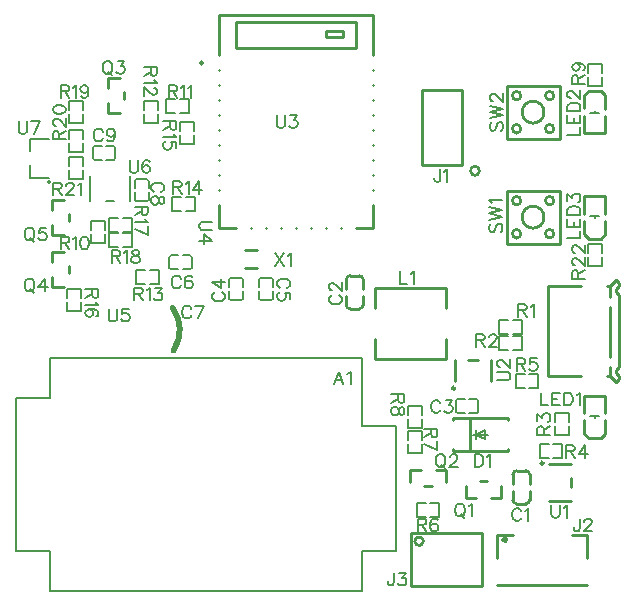
<source format=gto>
G04 Layer: TopSilkLayer*
G04 EasyEDA v6.4.17, 2021-03-03T10:10:01+01:00*
G04 9d4de0552c0a465fbb9a068f9b96be7d,b771c775d4444e86a06a5321f8c966cb,10*
G04 Gerber Generator version 0.2*
G04 Scale: 100 percent, Rotated: No, Reflected: No *
G04 Dimensions in inches *
G04 leading zeros omitted , absolute positions ,3 integer and 6 decimal *
%FSLAX36Y36*%
%MOIN*%

%ADD10C,0.0100*%
%ADD47C,0.0059*%
%ADD48C,0.0050*%
%ADD49C,0.0080*%
%ADD50C,0.0059*%
%ADD51C,0.0060*%
%ADD52C,0.0197*%

%LPD*%
D51*
X1840500Y-189600D02*
G01*
X1840500Y-222300D01*
X1838400Y-228499D01*
X1836400Y-230500D01*
X1832299Y-232500D01*
X1828199Y-232500D01*
X1824099Y-230500D01*
X1821999Y-228499D01*
X1820000Y-222300D01*
X1820000Y-218200D01*
X1853999Y-197800D02*
G01*
X1858000Y-195700D01*
X1864200Y-189600D01*
X1864200Y-232500D01*
X2100000Y-639600D02*
G01*
X2100000Y-682500D01*
X2100000Y-639600D02*
G01*
X2118400Y-639600D01*
X2124499Y-641599D01*
X2126599Y-643699D01*
X2128599Y-647800D01*
X2128599Y-651900D01*
X2126599Y-655999D01*
X2124499Y-658000D01*
X2118400Y-660000D01*
X2100000Y-660000D01*
X2114300Y-660000D02*
G01*
X2128599Y-682500D01*
X2142100Y-647800D02*
G01*
X2146199Y-645700D01*
X2152399Y-639600D01*
X2152399Y-682500D01*
X1960000Y-739600D02*
G01*
X1960000Y-782500D01*
X1960000Y-739600D02*
G01*
X1978400Y-739600D01*
X1984499Y-741599D01*
X1986599Y-743699D01*
X1988599Y-747800D01*
X1988599Y-751900D01*
X1986599Y-755999D01*
X1984499Y-758000D01*
X1978400Y-760000D01*
X1960000Y-760000D01*
X1974300Y-760000D02*
G01*
X1988599Y-782500D01*
X2004200Y-749800D02*
G01*
X2004200Y-747800D01*
X2006199Y-743699D01*
X2008299Y-741599D01*
X2012399Y-739600D01*
X2020500Y-739600D01*
X2024600Y-741599D01*
X2026700Y-743699D01*
X2028699Y-747800D01*
X2028699Y-751900D01*
X2026700Y-755999D01*
X2022600Y-762100D01*
X2002100Y-782500D01*
X2030799Y-782500D01*
X1289994Y-469594D02*
G01*
X1318594Y-512494D01*
X1318594Y-469594D02*
G01*
X1289994Y-512494D01*
X1332094Y-477795D02*
G01*
X1336194Y-475695D01*
X1342394Y-469594D01*
X1342394Y-512494D01*
X2094997Y-819603D02*
G01*
X2094997Y-862503D01*
X2094997Y-819603D02*
G01*
X2113397Y-819603D01*
X2119497Y-821603D01*
X2121597Y-823703D01*
X2123596Y-827802D01*
X2123596Y-831903D01*
X2121597Y-836003D01*
X2119497Y-838002D01*
X2113397Y-840003D01*
X2094997Y-840003D01*
X2109296Y-840003D02*
G01*
X2123596Y-862503D01*
X2161697Y-819603D02*
G01*
X2141197Y-819603D01*
X2139197Y-838002D01*
X2141197Y-836003D01*
X2147397Y-833903D01*
X2153496Y-833903D01*
X2159597Y-836003D01*
X2163697Y-840003D01*
X2165797Y-846203D01*
X2165797Y-850302D01*
X2163697Y-856403D01*
X2159597Y-860502D01*
X2153496Y-862503D01*
X2147397Y-862503D01*
X2141197Y-860502D01*
X2139197Y-858503D01*
X2137097Y-854403D01*
X1720399Y-940003D02*
G01*
X1677500Y-940003D01*
X1720399Y-940003D02*
G01*
X1720399Y-958402D01*
X1718400Y-964502D01*
X1716300Y-966603D01*
X1712200Y-968602D01*
X1708100Y-968602D01*
X1703999Y-966603D01*
X1701999Y-964502D01*
X1700000Y-958402D01*
X1700000Y-940003D01*
X1700000Y-954302D02*
G01*
X1677500Y-968602D01*
X1720399Y-992402D02*
G01*
X1718400Y-986203D01*
X1714300Y-984203D01*
X1710200Y-984203D01*
X1706099Y-986203D01*
X1703999Y-990302D01*
X1701999Y-998503D01*
X1700000Y-1004603D01*
X1695900Y-1008703D01*
X1691800Y-1010803D01*
X1685600Y-1010803D01*
X1681499Y-1008703D01*
X1679499Y-1006703D01*
X1677500Y-1000502D01*
X1677500Y-992402D01*
X1679499Y-986203D01*
X1681499Y-984203D01*
X1685600Y-982103D01*
X1691800Y-982103D01*
X1695900Y-984203D01*
X1700000Y-988303D01*
X1701999Y-994403D01*
X1703999Y-1002602D01*
X1706099Y-1006703D01*
X1710200Y-1008703D01*
X1714300Y-1008703D01*
X1718400Y-1006703D01*
X1720399Y-1000502D01*
X1720399Y-992402D01*
X1830399Y-1055003D02*
G01*
X1787500Y-1055003D01*
X1830399Y-1055003D02*
G01*
X1830399Y-1073402D01*
X1828400Y-1079502D01*
X1826300Y-1081603D01*
X1822200Y-1083602D01*
X1818100Y-1083602D01*
X1813999Y-1081603D01*
X1811999Y-1079502D01*
X1810000Y-1073402D01*
X1810000Y-1055003D01*
X1810000Y-1069303D02*
G01*
X1787500Y-1083602D01*
X1830399Y-1125803D02*
G01*
X1787500Y-1105302D01*
X1830399Y-1097103D02*
G01*
X1830399Y-1125803D01*
X1765002Y-1354600D02*
G01*
X1765002Y-1397500D01*
X1765002Y-1354600D02*
G01*
X1783402Y-1354600D01*
X1789503Y-1356599D01*
X1791602Y-1358699D01*
X1793603Y-1362800D01*
X1793603Y-1366900D01*
X1791602Y-1370999D01*
X1789503Y-1373000D01*
X1783402Y-1375000D01*
X1765002Y-1375000D01*
X1779303Y-1375000D02*
G01*
X1793603Y-1397500D01*
X1831702Y-1360700D02*
G01*
X1829602Y-1356599D01*
X1823503Y-1354600D01*
X1819403Y-1354600D01*
X1813302Y-1356599D01*
X1809202Y-1362800D01*
X1807102Y-1373000D01*
X1807102Y-1383200D01*
X1809202Y-1391399D01*
X1813302Y-1395500D01*
X1819403Y-1397500D01*
X1821503Y-1397500D01*
X1827602Y-1395500D01*
X1831702Y-1391399D01*
X1833702Y-1385300D01*
X1833702Y-1383200D01*
X1831702Y-1377100D01*
X1827602Y-1373000D01*
X1821503Y-1370999D01*
X1819403Y-1370999D01*
X1813302Y-1373000D01*
X1809202Y-1377100D01*
X1807102Y-1383200D01*
X1955000Y-1139600D02*
G01*
X1955000Y-1182500D01*
X1955000Y-1139600D02*
G01*
X1969300Y-1139600D01*
X1975500Y-1141599D01*
X1979499Y-1145700D01*
X1981599Y-1149800D01*
X1983599Y-1155999D01*
X1983599Y-1166199D01*
X1981599Y-1172300D01*
X1979499Y-1176399D01*
X1975500Y-1180500D01*
X1969300Y-1182500D01*
X1955000Y-1182500D01*
X1997100Y-1147800D02*
G01*
X2001199Y-1145700D01*
X2007399Y-1139600D01*
X2007399Y-1182500D01*
X1902304Y-1304598D02*
G01*
X1898203Y-1306597D01*
X1894103Y-1310698D01*
X1892003Y-1314798D01*
X1890003Y-1320997D01*
X1890003Y-1331197D01*
X1892003Y-1337298D01*
X1894103Y-1341397D01*
X1898203Y-1345497D01*
X1902304Y-1347498D01*
X1910504Y-1347498D01*
X1914503Y-1345497D01*
X1918603Y-1341397D01*
X1920703Y-1337298D01*
X1922704Y-1331197D01*
X1922704Y-1320997D01*
X1920703Y-1314798D01*
X1918603Y-1310698D01*
X1914503Y-1306597D01*
X1910504Y-1304598D01*
X1902304Y-1304598D01*
X1908404Y-1339398D02*
G01*
X1920703Y-1351597D01*
X1936203Y-1312797D02*
G01*
X1940303Y-1310698D01*
X1946504Y-1304598D01*
X1946504Y-1347498D01*
X1837300Y-1139598D02*
G01*
X1833200Y-1141599D01*
X1829101Y-1145698D01*
X1827001Y-1149798D01*
X1825001Y-1155999D01*
X1825001Y-1166199D01*
X1827001Y-1172298D01*
X1829101Y-1176399D01*
X1833200Y-1180498D01*
X1837300Y-1182498D01*
X1845501Y-1182498D01*
X1849501Y-1180498D01*
X1853600Y-1176399D01*
X1855700Y-1172298D01*
X1857700Y-1166199D01*
X1857700Y-1155999D01*
X1855700Y-1149798D01*
X1853600Y-1145698D01*
X1849501Y-1141599D01*
X1845501Y-1139598D01*
X1837300Y-1139598D01*
X1843401Y-1174398D02*
G01*
X1855700Y-1186599D01*
X1873301Y-1149798D02*
G01*
X1873301Y-1147799D01*
X1875300Y-1143699D01*
X1877400Y-1141599D01*
X1881500Y-1139598D01*
X1889601Y-1139598D01*
X1893701Y-1141599D01*
X1895801Y-1143699D01*
X1897800Y-1147799D01*
X1897800Y-1151898D01*
X1895801Y-1155999D01*
X1891701Y-1162098D01*
X1871201Y-1182498D01*
X1899900Y-1182498D01*
X1840704Y-969800D02*
G01*
X1838604Y-965700D01*
X1834504Y-961599D01*
X1830505Y-959600D01*
X1822304Y-959600D01*
X1818204Y-961599D01*
X1814104Y-965700D01*
X1812004Y-969800D01*
X1810005Y-975999D01*
X1810005Y-986199D01*
X1812004Y-992300D01*
X1814104Y-996399D01*
X1818204Y-1000500D01*
X1822304Y-1002500D01*
X1830505Y-1002500D01*
X1834504Y-1000500D01*
X1838604Y-996399D01*
X1840704Y-992300D01*
X1858305Y-959600D02*
G01*
X1880805Y-959600D01*
X1868504Y-975999D01*
X1874605Y-975999D01*
X1878705Y-978000D01*
X1880805Y-980000D01*
X1882804Y-986199D01*
X1882804Y-990300D01*
X1880805Y-996399D01*
X1876705Y-1000500D01*
X1870505Y-1002500D01*
X1864404Y-1002500D01*
X1858305Y-1000500D01*
X1856205Y-998499D01*
X1854205Y-994400D01*
X1704998Y-529600D02*
G01*
X1704998Y-572500D01*
X1704998Y-572500D02*
G01*
X1729498Y-572500D01*
X1742998Y-537800D02*
G01*
X1747098Y-535700D01*
X1753298Y-529600D01*
X1753298Y-572500D01*
X2175000Y-934600D02*
G01*
X2175000Y-977500D01*
X2175000Y-977500D02*
G01*
X2199499Y-977500D01*
X2213000Y-934600D02*
G01*
X2213000Y-977500D01*
X2213000Y-934600D02*
G01*
X2239600Y-934600D01*
X2213000Y-955000D02*
G01*
X2229399Y-955000D01*
X2213000Y-977500D02*
G01*
X2239600Y-977500D01*
X2253100Y-934600D02*
G01*
X2253100Y-977500D01*
X2253100Y-934600D02*
G01*
X2267500Y-934600D01*
X2273599Y-936599D01*
X2277700Y-940700D01*
X2279700Y-944800D01*
X2281800Y-950999D01*
X2281800Y-961199D01*
X2279700Y-967300D01*
X2277700Y-971399D01*
X2273599Y-975500D01*
X2267500Y-977500D01*
X2253100Y-977500D01*
X2295299Y-942800D02*
G01*
X2299399Y-940700D01*
X2305500Y-934600D01*
X2305500Y-977500D01*
X2210002Y-1309596D02*
G01*
X2210002Y-1340297D01*
X2212002Y-1346397D01*
X2216102Y-1350497D01*
X2222301Y-1352496D01*
X2226401Y-1352496D01*
X2232502Y-1350497D01*
X2236602Y-1346397D01*
X2238602Y-1340297D01*
X2238602Y-1309596D01*
X2252102Y-1317797D02*
G01*
X2256202Y-1315697D01*
X2262402Y-1309596D01*
X2262402Y-1352496D01*
X2260000Y-1109600D02*
G01*
X2260000Y-1152500D01*
X2260000Y-1109600D02*
G01*
X2278400Y-1109600D01*
X2284499Y-1111599D01*
X2286599Y-1113699D01*
X2288599Y-1117800D01*
X2288599Y-1121900D01*
X2286599Y-1125999D01*
X2284499Y-1128000D01*
X2278400Y-1130000D01*
X2260000Y-1130000D01*
X2274300Y-1130000D02*
G01*
X2288599Y-1152500D01*
X2322600Y-1109600D02*
G01*
X2302100Y-1138200D01*
X2332799Y-1138200D01*
X2322600Y-1109600D02*
G01*
X2322600Y-1152500D01*
X2010704Y-371399D02*
G01*
X2006604Y-375500D01*
X2004605Y-381599D01*
X2004605Y-389800D01*
X2006604Y-395900D01*
X2010704Y-400000D01*
X2014804Y-400000D01*
X2018905Y-398000D01*
X2021004Y-395900D01*
X2023005Y-391799D01*
X2027105Y-379499D01*
X2029104Y-375500D01*
X2031205Y-373400D01*
X2035304Y-371399D01*
X2041405Y-371399D01*
X2045505Y-375500D01*
X2047505Y-381599D01*
X2047505Y-389800D01*
X2045505Y-395900D01*
X2041405Y-400000D01*
X2004605Y-357899D02*
G01*
X2047505Y-347600D01*
X2004605Y-337399D02*
G01*
X2047505Y-347600D01*
X2004605Y-337399D02*
G01*
X2047505Y-327199D01*
X2004605Y-316999D02*
G01*
X2047505Y-327199D01*
X2012804Y-303499D02*
G01*
X2010704Y-299400D01*
X2004605Y-293200D01*
X2047505Y-293200D01*
X2012704Y-33400D02*
G01*
X2008604Y-37500D01*
X2006604Y-43600D01*
X2006604Y-51799D01*
X2008604Y-57899D01*
X2012704Y-61999D01*
X2016805Y-61999D01*
X2020905Y-60000D01*
X2023005Y-57899D01*
X2025005Y-53800D01*
X2029104Y-41500D01*
X2031104Y-37500D01*
X2033204Y-35399D01*
X2037304Y-33400D01*
X2043405Y-33400D01*
X2047505Y-37500D01*
X2049504Y-43600D01*
X2049504Y-51799D01*
X2047505Y-57899D01*
X2043405Y-61999D01*
X2006604Y-19899D02*
G01*
X2049504Y-9600D01*
X2006604Y599D02*
G01*
X2049504Y-9600D01*
X2006604Y599D02*
G01*
X2049504Y10799D01*
X2006604Y20999D02*
G01*
X2049504Y10799D01*
X2016805Y36599D02*
G01*
X2014804Y36599D01*
X2010704Y38600D01*
X2008604Y40700D01*
X2006604Y44800D01*
X2006604Y53000D01*
X2008604Y56999D01*
X2010704Y59099D01*
X2014804Y61100D01*
X2018905Y61100D01*
X2023005Y59099D01*
X2029104Y55000D01*
X2049504Y34499D01*
X2049504Y63200D01*
X2030600Y-894000D02*
G01*
X2061300Y-894000D01*
X2067399Y-891999D01*
X2071499Y-887899D01*
X2073500Y-881700D01*
X2073500Y-877600D01*
X2071499Y-871500D01*
X2067399Y-867399D01*
X2061300Y-865399D01*
X2030600Y-865399D01*
X2040799Y-849800D02*
G01*
X2038800Y-849800D01*
X2034700Y-847800D01*
X2032600Y-845700D01*
X2030600Y-841599D01*
X2030600Y-833499D01*
X2032600Y-829400D01*
X2034700Y-827300D01*
X2038800Y-825300D01*
X2042899Y-825300D01*
X2046999Y-827300D01*
X2053100Y-831399D01*
X2073500Y-851900D01*
X2073500Y-823200D01*
X1330200Y-585695D02*
G01*
X1334300Y-583595D01*
X1338400Y-579495D01*
X1340399Y-575495D01*
X1340399Y-567294D01*
X1338400Y-563195D01*
X1334300Y-559095D01*
X1330200Y-556995D01*
X1323999Y-554994D01*
X1313800Y-554994D01*
X1307700Y-556995D01*
X1303599Y-559095D01*
X1299499Y-563195D01*
X1297500Y-567294D01*
X1297500Y-575495D01*
X1299499Y-579495D01*
X1303599Y-583595D01*
X1307700Y-585695D01*
X1340399Y-623694D02*
G01*
X1340399Y-603294D01*
X1321999Y-601194D01*
X1323999Y-603294D01*
X1326099Y-609394D01*
X1326099Y-615495D01*
X1323999Y-621694D01*
X1320000Y-625794D01*
X1313800Y-627795D01*
X1309700Y-627795D01*
X1303599Y-625794D01*
X1299499Y-621694D01*
X1297500Y-615495D01*
X1297500Y-609394D01*
X1299499Y-603294D01*
X1301499Y-601194D01*
X1305600Y-599194D01*
X1089799Y-599295D02*
G01*
X1085699Y-601395D01*
X1081599Y-605495D01*
X1079600Y-609495D01*
X1079600Y-617694D01*
X1081599Y-621795D01*
X1085699Y-625895D01*
X1089799Y-627995D01*
X1096000Y-629994D01*
X1106199Y-629994D01*
X1112299Y-627995D01*
X1116400Y-625895D01*
X1120500Y-621795D01*
X1122500Y-617694D01*
X1122500Y-609495D01*
X1120500Y-605495D01*
X1116400Y-601395D01*
X1112299Y-599295D01*
X1079600Y-565394D02*
G01*
X1108199Y-585794D01*
X1108199Y-555095D01*
X1079600Y-565394D02*
G01*
X1122500Y-565394D01*
X1294994Y-9600D02*
G01*
X1294994Y-40300D01*
X1296994Y-46399D01*
X1301094Y-50500D01*
X1307295Y-52500D01*
X1311395Y-52500D01*
X1317494Y-50500D01*
X1321594Y-46399D01*
X1323594Y-40300D01*
X1323594Y-9600D01*
X1341194Y-9600D02*
G01*
X1363694Y-9600D01*
X1351495Y-25999D01*
X1357595Y-25999D01*
X1361694Y-28000D01*
X1363694Y-30000D01*
X1365794Y-36199D01*
X1365794Y-40300D01*
X1363694Y-46399D01*
X1359594Y-50500D01*
X1353495Y-52500D01*
X1347394Y-52500D01*
X1341194Y-50500D01*
X1339194Y-48499D01*
X1337094Y-44400D01*
X1501400Y-864600D02*
G01*
X1485000Y-907500D01*
X1501400Y-864600D02*
G01*
X1517700Y-907500D01*
X1491099Y-893200D02*
G01*
X1511599Y-893200D01*
X1531199Y-872800D02*
G01*
X1535299Y-870700D01*
X1541499Y-864600D01*
X1541499Y-907500D01*
X805000Y-159600D02*
G01*
X805000Y-190300D01*
X806999Y-196399D01*
X811099Y-200500D01*
X817299Y-202500D01*
X821400Y-202500D01*
X827500Y-200500D01*
X831599Y-196399D01*
X833599Y-190300D01*
X833599Y-159600D01*
X871700Y-165700D02*
G01*
X869600Y-161599D01*
X863500Y-159600D01*
X859399Y-159600D01*
X853299Y-161599D01*
X849200Y-167800D01*
X847100Y-178000D01*
X847100Y-188200D01*
X849200Y-196399D01*
X853299Y-200500D01*
X859399Y-202500D01*
X861499Y-202500D01*
X867600Y-200500D01*
X871700Y-196399D01*
X873699Y-190300D01*
X873699Y-188200D01*
X871700Y-182100D01*
X867600Y-178000D01*
X861499Y-175999D01*
X859399Y-175999D01*
X853299Y-178000D01*
X849200Y-182100D01*
X847100Y-188200D01*
X575000Y90399D02*
G01*
X575000Y47500D01*
X575000Y90399D02*
G01*
X593400Y90399D01*
X599499Y88400D01*
X601599Y86300D01*
X603600Y82199D01*
X603600Y78099D01*
X601599Y74000D01*
X599499Y71999D01*
X593400Y70000D01*
X575000Y70000D01*
X589299Y70000D02*
G01*
X603600Y47500D01*
X617100Y82199D02*
G01*
X621199Y84299D01*
X627399Y90399D01*
X627399Y47500D01*
X667500Y76100D02*
G01*
X665399Y70000D01*
X661300Y65900D01*
X655199Y63800D01*
X653099Y63800D01*
X646999Y65900D01*
X642899Y70000D01*
X640900Y76100D01*
X640900Y78099D01*
X642899Y84299D01*
X646999Y88400D01*
X653099Y90399D01*
X655199Y90399D01*
X661300Y88400D01*
X665399Y84299D01*
X667500Y76100D01*
X667500Y65900D01*
X665399Y55599D01*
X661300Y49499D01*
X655199Y47500D01*
X651100Y47500D01*
X645000Y49499D01*
X642899Y53600D01*
X549600Y-90000D02*
G01*
X592500Y-90000D01*
X549600Y-90000D02*
G01*
X549600Y-71599D01*
X551599Y-65500D01*
X553699Y-63400D01*
X557800Y-61399D01*
X561900Y-61399D01*
X565999Y-63400D01*
X568000Y-65500D01*
X570000Y-71599D01*
X570000Y-90000D01*
X570000Y-75700D02*
G01*
X592500Y-61399D01*
X559800Y-45799D02*
G01*
X557800Y-45799D01*
X553699Y-43800D01*
X551599Y-41700D01*
X549600Y-37600D01*
X549600Y-29499D01*
X551599Y-25399D01*
X553699Y-23299D01*
X557800Y-21300D01*
X561900Y-21300D01*
X565999Y-23299D01*
X572100Y-27399D01*
X592500Y-47899D01*
X592500Y-19200D01*
X549600Y6500D02*
G01*
X551599Y399D01*
X557800Y-3699D01*
X568000Y-5700D01*
X574099Y-5700D01*
X584400Y-3699D01*
X590500Y399D01*
X592500Y6500D01*
X592500Y10599D01*
X590500Y16799D01*
X584400Y20900D01*
X574099Y22899D01*
X568000Y22899D01*
X557800Y20900D01*
X551599Y16799D01*
X549600Y10599D01*
X549600Y6500D01*
X550000Y-234600D02*
G01*
X550000Y-277500D01*
X550000Y-234600D02*
G01*
X568400Y-234600D01*
X574499Y-236599D01*
X576599Y-238699D01*
X578600Y-242800D01*
X578600Y-246900D01*
X576599Y-250999D01*
X574499Y-253000D01*
X568400Y-255000D01*
X550000Y-255000D01*
X564299Y-255000D02*
G01*
X578600Y-277500D01*
X594200Y-244800D02*
G01*
X594200Y-242800D01*
X596199Y-238699D01*
X598299Y-236599D01*
X602399Y-234600D01*
X610500Y-234600D01*
X614600Y-236599D01*
X616700Y-238699D01*
X618699Y-242800D01*
X618699Y-246900D01*
X616700Y-250999D01*
X612600Y-257100D01*
X592100Y-277500D01*
X620799Y-277500D01*
X634299Y-242800D02*
G01*
X638400Y-240700D01*
X644499Y-234600D01*
X644499Y-277500D01*
X435000Y-29600D02*
G01*
X435000Y-60300D01*
X436999Y-66399D01*
X441100Y-70500D01*
X447300Y-72500D01*
X451399Y-72500D01*
X457500Y-70500D01*
X461599Y-66399D01*
X463600Y-60300D01*
X463600Y-29600D01*
X505799Y-29600D02*
G01*
X485300Y-72500D01*
X477100Y-29600D02*
G01*
X505799Y-29600D01*
X865399Y-315000D02*
G01*
X822500Y-315000D01*
X865399Y-315000D02*
G01*
X865399Y-333400D01*
X863400Y-339499D01*
X861300Y-341599D01*
X857200Y-343600D01*
X853100Y-343600D01*
X848999Y-341599D01*
X846999Y-339499D01*
X845000Y-333400D01*
X845000Y-315000D01*
X845000Y-329299D02*
G01*
X822500Y-343600D01*
X857200Y-357100D02*
G01*
X859300Y-361199D01*
X865399Y-367399D01*
X822500Y-367399D01*
X865399Y-409499D02*
G01*
X822500Y-389000D01*
X865399Y-380900D02*
G01*
X865399Y-409499D01*
X975699Y-554800D02*
G01*
X973599Y-550700D01*
X969499Y-546599D01*
X965500Y-544600D01*
X957299Y-544600D01*
X953199Y-546599D01*
X949099Y-550700D01*
X946999Y-554800D01*
X945000Y-560999D01*
X945000Y-571199D01*
X946999Y-577300D01*
X949099Y-581399D01*
X953199Y-585500D01*
X957299Y-587500D01*
X965500Y-587500D01*
X969499Y-585500D01*
X973599Y-581399D01*
X975699Y-577300D01*
X1013699Y-550700D02*
G01*
X1011700Y-546599D01*
X1005500Y-544600D01*
X1001499Y-544600D01*
X995299Y-546599D01*
X991199Y-552800D01*
X989200Y-563000D01*
X989200Y-573200D01*
X991199Y-581399D01*
X995299Y-585500D01*
X1001499Y-587500D01*
X1003500Y-587500D01*
X1009600Y-585500D01*
X1013699Y-581399D01*
X1015799Y-575300D01*
X1015799Y-573200D01*
X1013699Y-567100D01*
X1009600Y-563000D01*
X1003500Y-560999D01*
X1001499Y-560999D01*
X995299Y-563000D01*
X991199Y-567100D01*
X989200Y-573200D01*
X820000Y-584600D02*
G01*
X820000Y-627500D01*
X820000Y-584600D02*
G01*
X838400Y-584600D01*
X844499Y-586599D01*
X846599Y-588699D01*
X848599Y-592800D01*
X848599Y-596900D01*
X846599Y-600999D01*
X844499Y-603000D01*
X838400Y-605000D01*
X820000Y-605000D01*
X834300Y-605000D02*
G01*
X848599Y-627500D01*
X862100Y-592800D02*
G01*
X866199Y-590700D01*
X872399Y-584600D01*
X872399Y-627500D01*
X890000Y-584600D02*
G01*
X912500Y-584600D01*
X900200Y-600999D01*
X906300Y-600999D01*
X910399Y-603000D01*
X912500Y-605000D01*
X914499Y-611199D01*
X914499Y-615300D01*
X912500Y-621399D01*
X908400Y-625500D01*
X902200Y-627500D01*
X896099Y-627500D01*
X890000Y-625500D01*
X887899Y-623499D01*
X885900Y-619400D01*
X700399Y-590000D02*
G01*
X657500Y-590000D01*
X700399Y-590000D02*
G01*
X700399Y-608400D01*
X698400Y-614499D01*
X696300Y-616599D01*
X692199Y-618600D01*
X688099Y-618600D01*
X684000Y-616599D01*
X681999Y-614499D01*
X680000Y-608400D01*
X680000Y-590000D01*
X680000Y-604299D02*
G01*
X657500Y-618600D01*
X692199Y-632100D02*
G01*
X694299Y-636199D01*
X700399Y-642399D01*
X657500Y-642399D01*
X694299Y-680399D02*
G01*
X698400Y-678400D01*
X700399Y-672199D01*
X700399Y-668099D01*
X698400Y-661999D01*
X692199Y-657899D01*
X681999Y-655900D01*
X671799Y-655900D01*
X663600Y-657899D01*
X659499Y-661999D01*
X657500Y-668099D01*
X657500Y-670199D01*
X659499Y-676300D01*
X663600Y-680399D01*
X669699Y-682500D01*
X671799Y-682500D01*
X677899Y-680399D01*
X681999Y-676300D01*
X684000Y-670199D01*
X684000Y-668099D01*
X681999Y-661999D01*
X677899Y-657899D01*
X671799Y-655900D01*
X895399Y150000D02*
G01*
X852500Y150000D01*
X895399Y150000D02*
G01*
X895399Y131599D01*
X893400Y125500D01*
X891300Y123400D01*
X887200Y121399D01*
X883100Y121399D01*
X878999Y123400D01*
X876999Y125500D01*
X875000Y131599D01*
X875000Y150000D01*
X875000Y135700D02*
G01*
X852500Y121399D01*
X887200Y107899D02*
G01*
X889300Y103800D01*
X895399Y97600D01*
X852500Y97600D01*
X885200Y82100D02*
G01*
X887200Y82100D01*
X891300Y80000D01*
X893400Y78000D01*
X895399Y73899D01*
X895399Y65700D01*
X893400Y61599D01*
X891300Y59600D01*
X887200Y57500D01*
X883100Y57500D01*
X878999Y59600D01*
X872899Y63699D01*
X852500Y84099D01*
X852500Y55500D01*
X575000Y-414600D02*
G01*
X575000Y-457500D01*
X575000Y-414600D02*
G01*
X593400Y-414600D01*
X599499Y-416599D01*
X601599Y-418699D01*
X603600Y-422800D01*
X603600Y-426900D01*
X601599Y-430999D01*
X599499Y-433000D01*
X593400Y-435000D01*
X575000Y-435000D01*
X589299Y-435000D02*
G01*
X603600Y-457500D01*
X617100Y-422800D02*
G01*
X621199Y-420700D01*
X627399Y-414600D01*
X627399Y-457500D01*
X653099Y-414600D02*
G01*
X646999Y-416599D01*
X642899Y-422800D01*
X640900Y-433000D01*
X640900Y-439099D01*
X642899Y-449400D01*
X646999Y-455500D01*
X653099Y-457500D01*
X657199Y-457500D01*
X663400Y-455500D01*
X667500Y-449400D01*
X669499Y-439099D01*
X669499Y-433000D01*
X667500Y-422800D01*
X663400Y-416599D01*
X657199Y-414600D01*
X653099Y-414600D01*
X950000Y-229600D02*
G01*
X950000Y-272500D01*
X950000Y-229600D02*
G01*
X968400Y-229600D01*
X974499Y-231599D01*
X976599Y-233699D01*
X978599Y-237800D01*
X978599Y-241900D01*
X976599Y-245999D01*
X974499Y-248000D01*
X968400Y-250000D01*
X950000Y-250000D01*
X964300Y-250000D02*
G01*
X978599Y-272500D01*
X992100Y-237800D02*
G01*
X996199Y-235700D01*
X1002399Y-229600D01*
X1002399Y-272500D01*
X1036300Y-229600D02*
G01*
X1015900Y-258200D01*
X1046499Y-258200D01*
X1036300Y-229600D02*
G01*
X1036300Y-272500D01*
X910200Y-265700D02*
G01*
X914300Y-263600D01*
X918400Y-259499D01*
X920399Y-255500D01*
X920399Y-247300D01*
X918400Y-243200D01*
X914300Y-239099D01*
X910200Y-236999D01*
X903999Y-235000D01*
X893800Y-235000D01*
X887700Y-236999D01*
X883599Y-239099D01*
X879499Y-243200D01*
X877500Y-247300D01*
X877500Y-255500D01*
X879499Y-259499D01*
X883599Y-263600D01*
X887700Y-265700D01*
X920399Y-289400D02*
G01*
X918400Y-283299D01*
X914300Y-281199D01*
X910200Y-281199D01*
X906099Y-283299D01*
X903999Y-287399D01*
X901999Y-295500D01*
X900000Y-301700D01*
X895900Y-305799D01*
X891800Y-307800D01*
X885600Y-307800D01*
X881499Y-305799D01*
X879499Y-303699D01*
X877500Y-297600D01*
X877500Y-289400D01*
X879499Y-283299D01*
X881499Y-281199D01*
X885600Y-279200D01*
X891800Y-279200D01*
X895900Y-281199D01*
X900000Y-285300D01*
X901999Y-291500D01*
X903999Y-299600D01*
X906099Y-303699D01*
X910200Y-305799D01*
X914300Y-305799D01*
X918400Y-303699D01*
X920399Y-297600D01*
X920399Y-289400D01*
X727303Y170401D02*
G01*
X723204Y168402D01*
X719104Y164301D01*
X717004Y160201D01*
X715003Y154002D01*
X715003Y143802D01*
X717004Y137701D01*
X719104Y133602D01*
X723204Y129502D01*
X727303Y127501D01*
X735504Y127501D01*
X739504Y129502D01*
X743604Y133602D01*
X745704Y137701D01*
X747703Y143802D01*
X747703Y154002D01*
X745704Y160201D01*
X743604Y164301D01*
X739504Y168402D01*
X735504Y170401D01*
X727303Y170401D01*
X733404Y135601D02*
G01*
X745704Y123402D01*
X765303Y170401D02*
G01*
X787803Y170401D01*
X775504Y154002D01*
X781703Y154002D01*
X785803Y152002D01*
X787803Y150001D01*
X789903Y143802D01*
X789903Y139702D01*
X787803Y133602D01*
X783703Y129502D01*
X777604Y127501D01*
X771504Y127501D01*
X765303Y129502D01*
X763303Y131502D01*
X761203Y135601D01*
X467300Y-384600D02*
G01*
X463200Y-386599D01*
X459099Y-390700D01*
X456999Y-394800D01*
X455000Y-400999D01*
X455000Y-411199D01*
X456999Y-417300D01*
X459099Y-421399D01*
X463200Y-425500D01*
X467300Y-427500D01*
X475500Y-427500D01*
X479499Y-425500D01*
X483600Y-421399D01*
X485700Y-417300D01*
X487699Y-411199D01*
X487699Y-400999D01*
X485700Y-394800D01*
X483600Y-390700D01*
X479499Y-386599D01*
X475500Y-384600D01*
X467300Y-384600D01*
X473400Y-419400D02*
G01*
X485700Y-431599D01*
X525799Y-384600D02*
G01*
X505300Y-384600D01*
X503299Y-403000D01*
X505300Y-400999D01*
X511500Y-398899D01*
X517600Y-398899D01*
X523699Y-400999D01*
X527800Y-405000D01*
X529899Y-411199D01*
X529899Y-415300D01*
X527800Y-421399D01*
X523699Y-425500D01*
X517600Y-427500D01*
X511500Y-427500D01*
X505300Y-425500D01*
X503299Y-423499D01*
X501199Y-419400D01*
X467300Y-554600D02*
G01*
X463200Y-556599D01*
X459099Y-560700D01*
X456999Y-564800D01*
X455000Y-570999D01*
X455000Y-581199D01*
X456999Y-587300D01*
X459099Y-591399D01*
X463200Y-595500D01*
X467300Y-597500D01*
X475500Y-597500D01*
X479499Y-595500D01*
X483600Y-591399D01*
X485700Y-587300D01*
X487699Y-581199D01*
X487699Y-570999D01*
X485700Y-564800D01*
X483600Y-560700D01*
X479499Y-556599D01*
X475500Y-554600D01*
X467300Y-554600D01*
X473400Y-589400D02*
G01*
X485700Y-601599D01*
X521700Y-554600D02*
G01*
X501199Y-583200D01*
X531900Y-583200D01*
X521700Y-554600D02*
G01*
X521700Y-597500D01*
X2279596Y95000D02*
G01*
X2322496Y95000D01*
X2279596Y95000D02*
G01*
X2279596Y113400D01*
X2281595Y119499D01*
X2283696Y121599D01*
X2287795Y123600D01*
X2291895Y123600D01*
X2295995Y121599D01*
X2297996Y119499D01*
X2299996Y113400D01*
X2299996Y95000D01*
X2299996Y109299D02*
G01*
X2322496Y123600D01*
X2293896Y163699D02*
G01*
X2299996Y161700D01*
X2304095Y157600D01*
X2306196Y151500D01*
X2306196Y149400D01*
X2304095Y143299D01*
X2299996Y139200D01*
X2293896Y137100D01*
X2291895Y137100D01*
X2285695Y139200D01*
X2281595Y143299D01*
X2279596Y149400D01*
X2279596Y151500D01*
X2281595Y157600D01*
X2285695Y161700D01*
X2293896Y163699D01*
X2304095Y163699D01*
X2314395Y161700D01*
X2320496Y157600D01*
X2322496Y151500D01*
X2322496Y147399D01*
X2320496Y141199D01*
X2316396Y139200D01*
X2279596Y-555000D02*
G01*
X2322496Y-555000D01*
X2279596Y-555000D02*
G01*
X2279596Y-536599D01*
X2281595Y-530500D01*
X2283696Y-528400D01*
X2287795Y-526399D01*
X2291895Y-526399D01*
X2295995Y-528400D01*
X2297996Y-530500D01*
X2299996Y-536599D01*
X2299996Y-555000D01*
X2299996Y-540700D02*
G01*
X2322496Y-526399D01*
X2289795Y-510799D02*
G01*
X2287795Y-510799D01*
X2283696Y-508800D01*
X2281595Y-506700D01*
X2279596Y-502600D01*
X2279596Y-494499D01*
X2281595Y-490399D01*
X2283696Y-488299D01*
X2287795Y-486300D01*
X2291895Y-486300D01*
X2295995Y-488299D01*
X2302096Y-492399D01*
X2322496Y-512899D01*
X2322496Y-484200D01*
X2289795Y-468699D02*
G01*
X2287795Y-468699D01*
X2283696Y-466599D01*
X2281595Y-464600D01*
X2279596Y-460500D01*
X2279596Y-452300D01*
X2281595Y-448200D01*
X2283696Y-446199D01*
X2287795Y-444099D01*
X2291895Y-444099D01*
X2295995Y-446199D01*
X2302096Y-450300D01*
X2322496Y-470700D01*
X2322496Y-442100D01*
X960399Y-30000D02*
G01*
X917500Y-30000D01*
X960399Y-30000D02*
G01*
X960399Y-48400D01*
X958400Y-54499D01*
X956300Y-56599D01*
X952200Y-58600D01*
X948100Y-58600D01*
X943999Y-56599D01*
X941999Y-54499D01*
X940000Y-48400D01*
X940000Y-30000D01*
X940000Y-44299D02*
G01*
X917500Y-58600D01*
X952200Y-72100D02*
G01*
X954300Y-76199D01*
X960399Y-82399D01*
X917500Y-82399D01*
X960399Y-120399D02*
G01*
X960399Y-100000D01*
X941999Y-97899D01*
X943999Y-100000D01*
X946099Y-106100D01*
X946099Y-112199D01*
X943999Y-118400D01*
X940000Y-122500D01*
X933800Y-124499D01*
X929700Y-124499D01*
X923599Y-122500D01*
X919499Y-118400D01*
X917500Y-112199D01*
X917500Y-106100D01*
X919499Y-100000D01*
X921499Y-97899D01*
X925600Y-95900D01*
X745000Y-459600D02*
G01*
X745000Y-502500D01*
X745000Y-459600D02*
G01*
X763400Y-459600D01*
X769499Y-461599D01*
X771599Y-463699D01*
X773599Y-467800D01*
X773599Y-471900D01*
X771599Y-475999D01*
X769499Y-478000D01*
X763400Y-480000D01*
X745000Y-480000D01*
X759299Y-480000D02*
G01*
X773599Y-502500D01*
X787100Y-467800D02*
G01*
X791199Y-465700D01*
X797399Y-459600D01*
X797399Y-502500D01*
X821099Y-459600D02*
G01*
X815000Y-461599D01*
X812899Y-465700D01*
X812899Y-469800D01*
X815000Y-473899D01*
X818999Y-475999D01*
X827200Y-478000D01*
X833400Y-480000D01*
X837500Y-484099D01*
X839499Y-488200D01*
X839499Y-494400D01*
X837500Y-498499D01*
X835399Y-500500D01*
X829300Y-502500D01*
X821099Y-502500D01*
X815000Y-500500D01*
X812899Y-498499D01*
X810900Y-494400D01*
X810900Y-488200D01*
X812899Y-484099D01*
X816999Y-480000D01*
X823100Y-478000D01*
X831300Y-475999D01*
X835399Y-473899D01*
X837500Y-469800D01*
X837500Y-465700D01*
X835399Y-461599D01*
X829300Y-459600D01*
X821099Y-459600D01*
X935000Y90399D02*
G01*
X935000Y47500D01*
X935000Y90399D02*
G01*
X953400Y90399D01*
X959499Y88400D01*
X961599Y86300D01*
X963599Y82199D01*
X963599Y78099D01*
X961599Y74000D01*
X959499Y71999D01*
X953400Y70000D01*
X935000Y70000D01*
X949300Y70000D02*
G01*
X963599Y47500D01*
X977100Y82199D02*
G01*
X981199Y84299D01*
X987399Y90399D01*
X987399Y47500D01*
X1000900Y82199D02*
G01*
X1005000Y84299D01*
X1011099Y90399D01*
X1011099Y47500D01*
X2264600Y-420000D02*
G01*
X2307500Y-420000D01*
X2307500Y-420000D02*
G01*
X2307500Y-395500D01*
X2264600Y-381999D02*
G01*
X2307500Y-381999D01*
X2264600Y-381999D02*
G01*
X2264600Y-355399D01*
X2285000Y-381999D02*
G01*
X2285000Y-365599D01*
X2307500Y-381999D02*
G01*
X2307500Y-355399D01*
X2264600Y-341900D02*
G01*
X2307500Y-341900D01*
X2264600Y-341900D02*
G01*
X2264600Y-327500D01*
X2266599Y-321399D01*
X2270699Y-317300D01*
X2274799Y-315300D01*
X2281000Y-313200D01*
X2291199Y-313200D01*
X2297299Y-315300D01*
X2301400Y-317300D01*
X2305500Y-321399D01*
X2307500Y-327500D01*
X2307500Y-341900D01*
X2264600Y-295599D02*
G01*
X2264600Y-273099D01*
X2281000Y-285399D01*
X2281000Y-279299D01*
X2283000Y-275199D01*
X2285000Y-273099D01*
X2291199Y-271100D01*
X2295299Y-271100D01*
X2301400Y-273099D01*
X2305500Y-277199D01*
X2307500Y-283400D01*
X2307500Y-289499D01*
X2305500Y-295599D01*
X2303500Y-297699D01*
X2299399Y-299699D01*
X2264600Y-75000D02*
G01*
X2307500Y-75000D01*
X2307500Y-75000D02*
G01*
X2307500Y-50500D01*
X2264600Y-36999D02*
G01*
X2307500Y-36999D01*
X2264600Y-36999D02*
G01*
X2264600Y-10399D01*
X2285000Y-36999D02*
G01*
X2285000Y-20599D01*
X2307500Y-36999D02*
G01*
X2307500Y-10399D01*
X2264600Y3099D02*
G01*
X2307500Y3099D01*
X2264600Y3099D02*
G01*
X2264600Y17500D01*
X2266599Y23600D01*
X2270699Y27699D01*
X2274799Y29699D01*
X2281000Y31799D01*
X2291199Y31799D01*
X2297299Y29699D01*
X2301400Y27699D01*
X2305500Y23600D01*
X2307500Y17500D01*
X2307500Y3099D01*
X2274799Y47300D02*
G01*
X2272799Y47300D01*
X2268699Y49400D01*
X2266599Y51399D01*
X2264600Y55500D01*
X2264600Y63699D01*
X2266599Y67800D01*
X2268699Y69800D01*
X2272799Y71900D01*
X2276899Y71900D01*
X2281000Y69800D01*
X2287100Y65700D01*
X2307500Y45300D01*
X2307500Y73899D01*
X2305500Y-1354605D02*
G01*
X2305500Y-1387305D01*
X2303400Y-1393505D01*
X2301400Y-1395504D01*
X2297299Y-1397505D01*
X2293199Y-1397505D01*
X2289099Y-1395504D01*
X2286999Y-1393505D01*
X2285000Y-1387305D01*
X2285000Y-1383204D01*
X2321000Y-1364805D02*
G01*
X2321000Y-1362804D01*
X2323000Y-1358705D01*
X2325100Y-1356604D01*
X2329200Y-1354605D01*
X2337399Y-1354605D01*
X2341499Y-1356604D01*
X2343500Y-1358705D01*
X2345500Y-1362804D01*
X2345500Y-1366905D01*
X2343500Y-1371005D01*
X2339399Y-1377105D01*
X2318999Y-1397505D01*
X2347600Y-1397505D01*
X715695Y-64800D02*
G01*
X713595Y-60700D01*
X709495Y-56599D01*
X705495Y-54600D01*
X697294Y-54600D01*
X693195Y-56599D01*
X689095Y-60700D01*
X686995Y-64800D01*
X684994Y-70999D01*
X684994Y-81199D01*
X686995Y-87300D01*
X689095Y-91399D01*
X693195Y-95500D01*
X697294Y-97500D01*
X705495Y-97500D01*
X709495Y-95500D01*
X713595Y-91399D01*
X715695Y-87300D01*
X755794Y-68899D02*
G01*
X753694Y-75000D01*
X749594Y-79099D01*
X743494Y-81199D01*
X741494Y-81199D01*
X735295Y-79099D01*
X731194Y-75000D01*
X729194Y-68899D01*
X729194Y-66900D01*
X731194Y-60700D01*
X735295Y-56599D01*
X741494Y-54600D01*
X743494Y-54600D01*
X749594Y-56599D01*
X753694Y-60700D01*
X755794Y-68899D01*
X755794Y-79099D01*
X753694Y-89400D01*
X749594Y-95500D01*
X743494Y-97500D01*
X739394Y-97500D01*
X733294Y-95500D01*
X731194Y-91399D01*
X1080399Y-365000D02*
G01*
X1049700Y-365000D01*
X1043599Y-366999D01*
X1039499Y-371100D01*
X1037500Y-377300D01*
X1037500Y-381399D01*
X1039499Y-387500D01*
X1043599Y-391599D01*
X1049700Y-393600D01*
X1080399Y-393600D01*
X1080399Y-427600D02*
G01*
X1051800Y-407100D01*
X1051800Y-437800D01*
X1080399Y-427600D02*
G01*
X1037500Y-427600D01*
X735000Y-654600D02*
G01*
X735000Y-685300D01*
X736999Y-691399D01*
X741100Y-695500D01*
X747300Y-697500D01*
X751399Y-697500D01*
X757500Y-695500D01*
X761599Y-691399D01*
X763599Y-685300D01*
X763599Y-654600D01*
X801700Y-654600D02*
G01*
X781199Y-654600D01*
X779200Y-673000D01*
X781199Y-670999D01*
X787399Y-668899D01*
X793500Y-668899D01*
X799600Y-670999D01*
X803699Y-675000D01*
X805799Y-681199D01*
X805799Y-685300D01*
X803699Y-691399D01*
X799600Y-695500D01*
X793500Y-697500D01*
X787399Y-697500D01*
X781199Y-695500D01*
X779200Y-693499D01*
X777100Y-689400D01*
X2164602Y-1075001D02*
G01*
X2207502Y-1075001D01*
X2164602Y-1075001D02*
G01*
X2164602Y-1056601D01*
X2166602Y-1050502D01*
X2168702Y-1048402D01*
X2172803Y-1046401D01*
X2176903Y-1046401D01*
X2181003Y-1048402D01*
X2183002Y-1050502D01*
X2185002Y-1056601D01*
X2185002Y-1075001D01*
X2185002Y-1060702D02*
G01*
X2207502Y-1046401D01*
X2164602Y-1028802D02*
G01*
X2164602Y-1006302D01*
X2181003Y-1018501D01*
X2181003Y-1012402D01*
X2183002Y-1008301D01*
X2185002Y-1006302D01*
X2191202Y-1004202D01*
X2195303Y-1004202D01*
X2201403Y-1006302D01*
X2205502Y-1010401D01*
X2207502Y-1016502D01*
X2207502Y-1022602D01*
X2205502Y-1028802D01*
X2203503Y-1030801D01*
X2199403Y-1032901D01*
X2110704Y-1329800D02*
G01*
X2108604Y-1325700D01*
X2104504Y-1321599D01*
X2100505Y-1319600D01*
X2092304Y-1319600D01*
X2088204Y-1321599D01*
X2084104Y-1325700D01*
X2082004Y-1329800D01*
X2080005Y-1335999D01*
X2080005Y-1346199D01*
X2082004Y-1352300D01*
X2084104Y-1356399D01*
X2088204Y-1360500D01*
X2092304Y-1362500D01*
X2100505Y-1362500D01*
X2104504Y-1360500D01*
X2108604Y-1356399D01*
X2110704Y-1352300D01*
X2124205Y-1327800D02*
G01*
X2128305Y-1325700D01*
X2134404Y-1319600D01*
X2134404Y-1362500D01*
X1479799Y-609299D02*
G01*
X1475699Y-611399D01*
X1471599Y-615500D01*
X1469600Y-619499D01*
X1469600Y-627699D01*
X1471599Y-631799D01*
X1475699Y-635900D01*
X1479799Y-638000D01*
X1486000Y-640000D01*
X1496199Y-640000D01*
X1502299Y-638000D01*
X1506400Y-635900D01*
X1510500Y-631799D01*
X1512500Y-627699D01*
X1512500Y-619499D01*
X1510500Y-615500D01*
X1506400Y-611399D01*
X1502299Y-609299D01*
X1479799Y-593800D02*
G01*
X1477799Y-593800D01*
X1473699Y-591700D01*
X1471599Y-589699D01*
X1469600Y-585599D01*
X1469600Y-577399D01*
X1471599Y-573299D01*
X1473699Y-571300D01*
X1477799Y-569200D01*
X1481899Y-569200D01*
X1486000Y-571300D01*
X1492100Y-575399D01*
X1512500Y-595799D01*
X1512500Y-567199D01*
X1010699Y-654800D02*
G01*
X1008599Y-650700D01*
X1004499Y-646599D01*
X1000500Y-644600D01*
X992299Y-644600D01*
X988199Y-646599D01*
X984099Y-650700D01*
X981999Y-654800D01*
X980000Y-660999D01*
X980000Y-671199D01*
X981999Y-677300D01*
X984099Y-681399D01*
X988199Y-685500D01*
X992299Y-687500D01*
X1000500Y-687500D01*
X1004499Y-685500D01*
X1008599Y-681399D01*
X1010699Y-677300D01*
X1052799Y-644600D02*
G01*
X1032399Y-687500D01*
X1024200Y-644600D02*
G01*
X1052799Y-644600D01*
X1685500Y-1534600D02*
G01*
X1685500Y-1567300D01*
X1683400Y-1573499D01*
X1681400Y-1575500D01*
X1677299Y-1577500D01*
X1673199Y-1577500D01*
X1669099Y-1575500D01*
X1666999Y-1573499D01*
X1665000Y-1567300D01*
X1665000Y-1563200D01*
X1703000Y-1534600D02*
G01*
X1725500Y-1534600D01*
X1713299Y-1550999D01*
X1719399Y-1550999D01*
X1723500Y-1553000D01*
X1725500Y-1555000D01*
X1727600Y-1561199D01*
X1727600Y-1565300D01*
X1725500Y-1571399D01*
X1721499Y-1575500D01*
X1715299Y-1577500D01*
X1709200Y-1577500D01*
X1703000Y-1575500D01*
X1701000Y-1573499D01*
X1698999Y-1569400D01*
D10*
X1913620Y-175199D02*
G01*
X1778580Y-175199D01*
X1778580Y-175199D02*
G01*
X1778580Y75199D01*
X1913620Y75199D02*
G01*
X1778580Y75199D01*
X1913620Y-175199D02*
G01*
X1913620Y75199D01*
D47*
X2037602Y-738622D02*
G01*
X2037602Y-691377D01*
X2067917Y-738622D02*
G01*
X2037602Y-738622D01*
X2112407Y-738622D02*
G01*
X2112407Y-691377D01*
X2082092Y-738622D02*
G01*
X2112407Y-738622D01*
X2082092Y-691377D02*
G01*
X2112407Y-691377D01*
X2067917Y-691377D02*
G01*
X2037602Y-691377D01*
X2037602Y-793622D02*
G01*
X2037602Y-746377D01*
X2067917Y-793622D02*
G01*
X2037602Y-793622D01*
X2112407Y-793622D02*
G01*
X2112407Y-746377D01*
X2082092Y-793622D02*
G01*
X2112407Y-793622D01*
X2082092Y-746377D02*
G01*
X2112407Y-746377D01*
X2067917Y-746377D02*
G01*
X2037602Y-746377D01*
D10*
X1190000Y-460000D02*
G01*
X1230000Y-460000D01*
X1230000Y-520000D02*
G01*
X1190000Y-520000D01*
D47*
X2092602Y-918622D02*
G01*
X2092602Y-871377D01*
X2122917Y-918622D02*
G01*
X2092602Y-918622D01*
X2167407Y-918622D02*
G01*
X2167407Y-871377D01*
X2137092Y-918622D02*
G01*
X2167407Y-918622D01*
X2137092Y-871377D02*
G01*
X2167407Y-871377D01*
X2122917Y-871377D02*
G01*
X2092602Y-871377D01*
X1731377Y-977602D02*
G01*
X1778622Y-977602D01*
X1731377Y-1007917D02*
G01*
X1731377Y-977602D01*
X1731377Y-1052406D02*
G01*
X1778622Y-1052406D01*
X1731377Y-1022091D02*
G01*
X1731377Y-1052406D01*
X1778622Y-1022091D02*
G01*
X1778622Y-1052406D01*
X1778622Y-1007917D02*
G01*
X1778622Y-977602D01*
X1731377Y-1062602D02*
G01*
X1778622Y-1062602D01*
X1731377Y-1092917D02*
G01*
X1731377Y-1062602D01*
X1731377Y-1137406D02*
G01*
X1778622Y-1137406D01*
X1731377Y-1107091D02*
G01*
X1731377Y-1137406D01*
X1778622Y-1107091D02*
G01*
X1778622Y-1137406D01*
X1778622Y-1092917D02*
G01*
X1778622Y-1062602D01*
X1837395Y-1301163D02*
G01*
X1837395Y-1348409D01*
X1807080Y-1301163D02*
G01*
X1837395Y-1301163D01*
X1762592Y-1301163D02*
G01*
X1762592Y-1348409D01*
X1792906Y-1301163D02*
G01*
X1762592Y-1301163D01*
X1792906Y-1348409D02*
G01*
X1762592Y-1348409D01*
X1807080Y-1348409D02*
G01*
X1837395Y-1348409D01*
D48*
X1999700Y-1075000D02*
G01*
X1949700Y-1075000D01*
X1989700Y-1075000D02*
G01*
X1989700Y-1060000D01*
X1989700Y-1060000D02*
G01*
X1959700Y-1075000D01*
X1959700Y-1075000D02*
G01*
X1959700Y-1060000D01*
X1989700Y-1075000D02*
G01*
X1989700Y-1090000D01*
X1989700Y-1090000D02*
G01*
X1959700Y-1075000D01*
X1959700Y-1075000D02*
G01*
X1959700Y-1090000D01*
D10*
X1941000Y-1130117D02*
G01*
X1941000Y-1019881D01*
X1884449Y-1019882D02*
G01*
X2065550Y-1019881D01*
X1884449Y-1130117D02*
G01*
X2065550Y-1130118D01*
X1884449Y-1019882D02*
G01*
X1884449Y-1026529D01*
X1884449Y-1123470D02*
G01*
X1884449Y-1130117D01*
X2065550Y-1019881D02*
G01*
X2065550Y-1026529D01*
X2065550Y-1123470D02*
G01*
X2065550Y-1130118D01*
X1997361Y-1230441D02*
G01*
X1972638Y-1230441D01*
X2044054Y-1285558D02*
G01*
X2010038Y-1285558D01*
X1959961Y-1285558D02*
G01*
X1925945Y-1285558D01*
X2044054Y-1285558D02*
G01*
X2044054Y-1246188D01*
X1925945Y-1285558D02*
G01*
X1925945Y-1246188D01*
X1787638Y-1247559D02*
G01*
X1812361Y-1247559D01*
X1740945Y-1192440D02*
G01*
X1774961Y-1192440D01*
X1825038Y-1192440D02*
G01*
X1859054Y-1192440D01*
X1740945Y-1192440D02*
G01*
X1740945Y-1231812D01*
X1859054Y-1192440D02*
G01*
X1859054Y-1231812D01*
D47*
X1922915Y-956374D02*
G01*
X1898504Y-956374D01*
X1937089Y-956374D02*
G01*
X1961495Y-956374D01*
X1937089Y-1003620D02*
G01*
X1961495Y-1003620D01*
X1967404Y-995747D02*
G01*
X1967404Y-964252D01*
X1922915Y-1003620D02*
G01*
X1898504Y-1003620D01*
X1892600Y-995747D02*
G01*
X1892600Y-964252D01*
X1967404Y-997712D02*
G01*
X1967404Y-995747D01*
X1967404Y-962283D02*
G01*
X1967404Y-964252D01*
X1892600Y-997716D02*
G01*
X1892600Y-995747D01*
X1892600Y-962278D02*
G01*
X1892600Y-964252D01*
D10*
X1858109Y-823110D02*
G01*
X1621890Y-823110D01*
X1621890Y-586889D02*
G01*
X1858109Y-586889D01*
X1858109Y-652593D01*
X1858109Y-757406D02*
G01*
X1858109Y-823110D01*
X1621890Y-823110D02*
G01*
X1621890Y-823110D01*
X1621890Y-757406D01*
X1621890Y-652593D02*
G01*
X1621890Y-586889D01*
X2321000Y-945500D02*
G01*
X2321000Y-1003499D01*
X2388999Y-945500D02*
G01*
X2388999Y-1003499D01*
X2388999Y-945500D02*
G01*
X2321000Y-945500D01*
X2321000Y-1026500D02*
G01*
X2321000Y-1072500D01*
X2388999Y-1027500D02*
G01*
X2388999Y-1072500D01*
X2388999Y-1072500D02*
G01*
X2375000Y-1086500D01*
X2335000Y-1086500D01*
X2321000Y-1072500D01*
D49*
X2371000Y-1011999D02*
G01*
X2340000Y-1011999D01*
X2355312Y-1011999D02*
G01*
X2355312Y-1018904D01*
D10*
X2275438Y-1173976D02*
G01*
X2204570Y-1173976D01*
X2275438Y-1219252D02*
G01*
X2275438Y-1250749D01*
X2275438Y-1296024D02*
G01*
X2204570Y-1296024D01*
D47*
X2247397Y-1106377D02*
G01*
X2247397Y-1153622D01*
X2217082Y-1106377D02*
G01*
X2247397Y-1106377D01*
X2172592Y-1106377D02*
G01*
X2172592Y-1153622D01*
X2202907Y-1106377D02*
G01*
X2172592Y-1106377D01*
X2202907Y-1153622D02*
G01*
X2172592Y-1153622D01*
X2217082Y-1153622D02*
G01*
X2247397Y-1153622D01*
D10*
X2061412Y-438582D02*
G01*
X2061412Y-261417D01*
X2238577Y-261417D01*
X2238577Y-438582D01*
X2061412Y-438582D01*
X2061412Y-88582D02*
G01*
X2061412Y88582D01*
X2238577Y88582D01*
X2238577Y-88582D01*
X2061412Y-88582D01*
X1888977Y-824562D02*
G01*
X1888977Y-895428D01*
X1934251Y-824562D02*
G01*
X1965748Y-824562D01*
X2011024Y-824562D02*
G01*
X2011024Y-895428D01*
D47*
X1283625Y-582914D02*
G01*
X1283625Y-558503D01*
X1283625Y-597089D02*
G01*
X1283625Y-621496D01*
X1236378Y-597089D02*
G01*
X1236378Y-621496D01*
X1244252Y-627404D02*
G01*
X1275748Y-627404D01*
X1236378Y-582914D02*
G01*
X1236378Y-558503D01*
X1244252Y-552600D02*
G01*
X1275748Y-552600D01*
X1242287Y-627404D02*
G01*
X1244252Y-627404D01*
X1277716Y-627404D02*
G01*
X1275748Y-627404D01*
X1242282Y-552600D02*
G01*
X1244252Y-552600D01*
X1277721Y-552600D02*
G01*
X1275748Y-552600D01*
X1183625Y-582914D02*
G01*
X1183625Y-558503D01*
X1183625Y-597089D02*
G01*
X1183625Y-621496D01*
X1136378Y-597089D02*
G01*
X1136378Y-621496D01*
X1144252Y-627404D02*
G01*
X1175748Y-627404D01*
X1136378Y-582914D02*
G01*
X1136378Y-558503D01*
X1144252Y-552600D02*
G01*
X1175748Y-552600D01*
X1142287Y-627404D02*
G01*
X1144252Y-627404D01*
X1177716Y-627404D02*
G01*
X1175748Y-627404D01*
X1142282Y-552600D02*
G01*
X1144252Y-552600D01*
X1177721Y-552600D02*
G01*
X1175748Y-552600D01*
D10*
X1560015Y214369D02*
G01*
X1160015Y214369D01*
X1160015Y299369D01*
X1560015Y299369D01*
X1560015Y214369D01*
X1160155Y-385630D02*
G01*
X1104108Y-385630D01*
X1210155Y-385630D02*
G01*
X1209854Y-385630D01*
X1260155Y-385630D02*
G01*
X1259854Y-385630D01*
X1310155Y-385630D02*
G01*
X1309854Y-385630D01*
X1360155Y-385630D02*
G01*
X1359854Y-385630D01*
X1410155Y-385630D02*
G01*
X1409854Y-385630D01*
X1460155Y-385630D02*
G01*
X1459854Y-385630D01*
X1510155Y-385630D02*
G01*
X1509854Y-385630D01*
X1615920Y-385630D02*
G01*
X1559854Y-385630D01*
X1104108Y191030D02*
G01*
X1104108Y323031D01*
X1104108Y141030D02*
G01*
X1104108Y141329D01*
X1104108Y91030D02*
G01*
X1104108Y91329D01*
X1104108Y41030D02*
G01*
X1104108Y41329D01*
X1104108Y-8969D02*
G01*
X1104108Y-8670D01*
X1104108Y-58969D02*
G01*
X1104108Y-58670D01*
X1104108Y-108969D02*
G01*
X1104108Y-108670D01*
X1104108Y-158969D02*
G01*
X1104108Y-158670D01*
X1104108Y-208969D02*
G01*
X1104108Y-208670D01*
X1104108Y-258969D02*
G01*
X1104108Y-258668D01*
X1104108Y-385630D02*
G01*
X1104108Y-308670D01*
X1615920Y191030D02*
G01*
X1615920Y323031D01*
X1615920Y141030D02*
G01*
X1615920Y141329D01*
X1615920Y91030D02*
G01*
X1615920Y91331D01*
X1615920Y41030D02*
G01*
X1615920Y41329D01*
X1615920Y-8969D02*
G01*
X1615920Y-8670D01*
X1615920Y-58969D02*
G01*
X1615920Y-58670D01*
X1615920Y-108969D02*
G01*
X1615920Y-108670D01*
X1615920Y-158969D02*
G01*
X1615920Y-158670D01*
X1615920Y-208969D02*
G01*
X1615920Y-208670D01*
X1615920Y-258969D02*
G01*
X1615920Y-258670D01*
X1615920Y-385630D02*
G01*
X1615920Y-308670D01*
X1104108Y323031D02*
G01*
X1615919Y323031D01*
X1515015Y249369D02*
G01*
X1460015Y249369D01*
X1460015Y269369D01*
X1515015Y269369D01*
X1515015Y249369D01*
D50*
X1580379Y-1594789D02*
G01*
X540619Y-1594789D01*
X540619Y-1462899D01*
X426449Y-1462899D01*
X426449Y-951089D01*
X540619Y-951089D01*
X540619Y-819200D01*
X1580379Y-819200D01*
X1580379Y-1047159D01*
X1694549Y-1047159D01*
X1694549Y-1462899D01*
X1580379Y-1462899D01*
X1580379Y-1594789D01*
D51*
X805000Y-295000D02*
G01*
X805000Y-214000D01*
X725700Y-295000D02*
G01*
X752300Y-295000D01*
X673000Y-214000D02*
G01*
X673000Y-295000D01*
D47*
X648622Y-37397D02*
G01*
X601377Y-37397D01*
X648622Y-7082D02*
G01*
X648622Y-37397D01*
X648622Y37406D02*
G01*
X601377Y37406D01*
X648622Y7091D02*
G01*
X648622Y37406D01*
X601377Y7091D02*
G01*
X601377Y37406D01*
X601377Y-7082D02*
G01*
X601377Y-37397D01*
X648622Y-132397D02*
G01*
X601377Y-132397D01*
X648622Y-102082D02*
G01*
X648622Y-132397D01*
X648622Y-57593D02*
G01*
X601377Y-57593D01*
X648622Y-87908D02*
G01*
X648622Y-57593D01*
X601377Y-87908D02*
G01*
X601377Y-57593D01*
X601377Y-102082D02*
G01*
X601377Y-132397D01*
X648622Y-222397D02*
G01*
X601377Y-222397D01*
X648622Y-192082D02*
G01*
X648622Y-222397D01*
X648622Y-147593D02*
G01*
X601377Y-147593D01*
X648622Y-177908D02*
G01*
X648622Y-147593D01*
X601377Y-177908D02*
G01*
X601377Y-147593D01*
X601377Y-192082D02*
G01*
X601377Y-222397D01*
D51*
X471999Y-176999D02*
G01*
X471999Y-218000D01*
X535999Y-218000D01*
X535999Y-88000D02*
G01*
X471999Y-88000D01*
X471999Y-129000D01*
D47*
X737602Y-398622D02*
G01*
X737602Y-351377D01*
X767917Y-398622D02*
G01*
X737602Y-398622D01*
X812407Y-398622D02*
G01*
X812407Y-351377D01*
X782092Y-398622D02*
G01*
X812407Y-398622D01*
X782092Y-351377D02*
G01*
X812407Y-351377D01*
X767917Y-351377D02*
G01*
X737602Y-351377D01*
X967915Y-476374D02*
G01*
X943504Y-476374D01*
X982089Y-476374D02*
G01*
X1006495Y-476374D01*
X982089Y-523620D02*
G01*
X1006495Y-523620D01*
X1012404Y-515747D02*
G01*
X1012404Y-484252D01*
X967915Y-523620D02*
G01*
X943504Y-523620D01*
X937600Y-515747D02*
G01*
X937600Y-484252D01*
X1012404Y-517712D02*
G01*
X1012404Y-515747D01*
X1012404Y-482283D02*
G01*
X1012404Y-484252D01*
X937600Y-517716D02*
G01*
X937600Y-515747D01*
X937600Y-482278D02*
G01*
X937600Y-484252D01*
X902397Y-526377D02*
G01*
X902397Y-573622D01*
X872082Y-526377D02*
G01*
X902397Y-526377D01*
X827592Y-526377D02*
G01*
X827592Y-573622D01*
X857907Y-526377D02*
G01*
X827592Y-526377D01*
X857907Y-573622D02*
G01*
X827592Y-573622D01*
X872082Y-573622D02*
G01*
X902397Y-573622D01*
X643622Y-662397D02*
G01*
X596377Y-662397D01*
X643622Y-632082D02*
G01*
X643622Y-662397D01*
X643622Y-587593D02*
G01*
X596377Y-587593D01*
X643622Y-617908D02*
G01*
X643622Y-587593D01*
X596377Y-617908D02*
G01*
X596377Y-587593D01*
X596377Y-632082D02*
G01*
X596377Y-662397D01*
X851377Y37397D02*
G01*
X898622Y37397D01*
X851377Y7082D02*
G01*
X851377Y37397D01*
X851377Y-37406D02*
G01*
X898622Y-37406D01*
X851377Y-7091D02*
G01*
X851377Y-37406D01*
X898622Y-7091D02*
G01*
X898622Y-37406D01*
X898622Y7082D02*
G01*
X898622Y37397D01*
X723622Y-437397D02*
G01*
X676377Y-437397D01*
X723622Y-407082D02*
G01*
X723622Y-437397D01*
X723622Y-362593D02*
G01*
X676377Y-362593D01*
X723622Y-392908D02*
G01*
X723622Y-362593D01*
X676377Y-392908D02*
G01*
X676377Y-362593D01*
X676377Y-407082D02*
G01*
X676377Y-437397D01*
X947602Y-328622D02*
G01*
X947602Y-281377D01*
X977917Y-328622D02*
G01*
X947602Y-328622D01*
X1022407Y-328622D02*
G01*
X1022407Y-281377D01*
X992092Y-328622D02*
G01*
X1022407Y-328622D01*
X992092Y-281377D02*
G01*
X1022407Y-281377D01*
X977917Y-281377D02*
G01*
X947602Y-281377D01*
X821374Y-267085D02*
G01*
X821374Y-291496D01*
X821374Y-252910D02*
G01*
X821374Y-228503D01*
X868621Y-252910D02*
G01*
X868621Y-228503D01*
X860747Y-222595D02*
G01*
X829251Y-222595D01*
X868621Y-267085D02*
G01*
X868621Y-291496D01*
X860747Y-297399D02*
G01*
X829251Y-297399D01*
X862712Y-222595D02*
G01*
X860747Y-222595D01*
X827283Y-222595D02*
G01*
X829251Y-222595D01*
X862717Y-297399D02*
G01*
X860747Y-297399D01*
X827278Y-297399D02*
G01*
X829251Y-297399D01*
D10*
X787559Y42638D02*
G01*
X787559Y67361D01*
X732440Y-4054D02*
G01*
X732440Y29960D01*
X732440Y80039D02*
G01*
X732440Y114054D01*
X732440Y-4054D02*
G01*
X771811Y-4054D01*
X732440Y114054D02*
G01*
X771811Y114054D01*
X602559Y-362361D02*
G01*
X602559Y-337638D01*
X547440Y-409054D02*
G01*
X547440Y-375039D01*
X547440Y-324960D02*
G01*
X547440Y-290945D01*
X547440Y-409054D02*
G01*
X586811Y-409054D01*
X547440Y-290945D02*
G01*
X586811Y-290945D01*
X602559Y-537361D02*
G01*
X602559Y-512638D01*
X547440Y-584054D02*
G01*
X547440Y-550039D01*
X547440Y-499960D02*
G01*
X547440Y-465945D01*
X547440Y-584054D02*
G01*
X586811Y-584054D01*
X547440Y-465945D02*
G01*
X586811Y-465945D01*
D47*
X2378622Y87602D02*
G01*
X2331377Y87602D01*
X2378622Y117917D02*
G01*
X2378622Y87602D01*
X2378622Y162406D02*
G01*
X2331377Y162406D01*
X2378622Y132091D02*
G01*
X2378622Y162406D01*
X2331377Y132091D02*
G01*
X2331377Y162406D01*
X2331377Y117917D02*
G01*
X2331377Y87602D01*
X2331377Y-437602D02*
G01*
X2378622Y-437602D01*
X2331377Y-467917D02*
G01*
X2331377Y-437602D01*
X2331377Y-512406D02*
G01*
X2378622Y-512406D01*
X2331377Y-482091D02*
G01*
X2331377Y-512406D01*
X2378622Y-482091D02*
G01*
X2378622Y-512406D01*
X2378622Y-467917D02*
G01*
X2378622Y-437602D01*
D10*
X2437245Y-850000D02*
G01*
X2437245Y-610000D01*
X2198545Y-579989D02*
G01*
X2198545Y-879209D01*
X2407245Y-880000D02*
G01*
X2407245Y-850000D01*
X2407245Y-816610D02*
G01*
X2407245Y-650000D01*
X2407245Y-616610D02*
G01*
X2407245Y-580000D01*
X2407245Y-880000D02*
G01*
X2427245Y-900000D01*
X2437245Y-890000D01*
X2437245Y-880000D01*
X2427245Y-870000D01*
X2427245Y-860000D01*
X2437245Y-850000D01*
X2407245Y-580000D02*
G01*
X2427245Y-560000D01*
X2437245Y-570000D01*
X2437245Y-580000D01*
X2427245Y-590000D01*
X2427245Y-600000D01*
X2437245Y-610000D01*
X2198545Y-579989D02*
G01*
X2308615Y-579989D01*
X2396875Y-579989D02*
G01*
X2407245Y-579989D01*
X2198545Y-879209D02*
G01*
X2308303Y-879209D01*
X2397186Y-879209D02*
G01*
X2407245Y-879209D01*
D47*
X1018622Y-107397D02*
G01*
X971377Y-107397D01*
X1018622Y-77082D02*
G01*
X1018622Y-107397D01*
X1018622Y-32593D02*
G01*
X971377Y-32593D01*
X1018622Y-62908D02*
G01*
X1018622Y-32593D01*
X971377Y-62908D02*
G01*
X971377Y-32593D01*
X971377Y-77082D02*
G01*
X971377Y-107397D01*
X737602Y-448622D02*
G01*
X737602Y-401377D01*
X767917Y-448622D02*
G01*
X737602Y-448622D01*
X812407Y-448622D02*
G01*
X812407Y-401377D01*
X782092Y-448622D02*
G01*
X812407Y-448622D01*
X782092Y-401377D02*
G01*
X812407Y-401377D01*
X767917Y-401377D02*
G01*
X737602Y-401377D01*
X927602Y-3622D02*
G01*
X927602Y43622D01*
X957917Y-3622D02*
G01*
X927602Y-3622D01*
X1002407Y-3622D02*
G01*
X1002407Y43622D01*
X972092Y-3622D02*
G01*
X1002407Y-3622D01*
X972092Y43622D02*
G01*
X1002407Y43622D01*
X957917Y43622D02*
G01*
X927602Y43622D01*
D10*
X2321000Y-280500D02*
G01*
X2321000Y-338499D01*
X2388999Y-280500D02*
G01*
X2388999Y-338499D01*
X2388999Y-280500D02*
G01*
X2321000Y-280500D01*
X2321000Y-361500D02*
G01*
X2321000Y-407500D01*
X2388999Y-362500D02*
G01*
X2388999Y-407500D01*
X2388999Y-407500D02*
G01*
X2375000Y-421500D01*
X2335000Y-421500D01*
X2321000Y-407500D01*
D49*
X2371000Y-346999D02*
G01*
X2340000Y-346999D01*
X2355312Y-346999D02*
G01*
X2355312Y-353904D01*
D10*
X2388999Y-69499D02*
G01*
X2388999Y-11500D01*
X2321000Y-69499D02*
G01*
X2321000Y-11500D01*
X2321000Y-69499D02*
G01*
X2388999Y-69499D01*
X2388999Y11500D02*
G01*
X2388999Y57500D01*
X2321000Y12500D02*
G01*
X2321000Y57500D01*
X2321000Y57500D02*
G01*
X2335000Y71500D01*
X2375000Y71500D01*
X2388999Y57500D01*
D49*
X2338999Y-3000D02*
G01*
X2370000Y-3000D01*
X2354687Y-3000D02*
G01*
X2354687Y3904D01*
D10*
X2081575Y-1407735D02*
G01*
X2030393Y-1407735D01*
X2030393Y-1486476D01*
X2030393Y-1577026D02*
G01*
X2329606Y-1577026D01*
X2278425Y-1407735D02*
G01*
X2329606Y-1407735D01*
X2329606Y-1486476D01*
D47*
X727085Y-158625D02*
G01*
X751496Y-158625D01*
X712910Y-158625D02*
G01*
X688503Y-158625D01*
X712910Y-111379D02*
G01*
X688503Y-111379D01*
X682595Y-119252D02*
G01*
X682595Y-150747D01*
X727085Y-111379D02*
G01*
X751496Y-111379D01*
X757399Y-119252D02*
G01*
X757399Y-150747D01*
X682595Y-117287D02*
G01*
X682595Y-119252D01*
X682595Y-152716D02*
G01*
X682595Y-150747D01*
X757399Y-117283D02*
G01*
X757399Y-119252D01*
X757399Y-152721D02*
G01*
X757399Y-150747D01*
X2221377Y-1002602D02*
G01*
X2268622Y-1002602D01*
X2221377Y-1032917D02*
G01*
X2221377Y-1002602D01*
X2221377Y-1077406D02*
G01*
X2268622Y-1077406D01*
X2221377Y-1047091D02*
G01*
X2221377Y-1077406D01*
X2268622Y-1047091D02*
G01*
X2268622Y-1077406D01*
X2268622Y-1032917D02*
G01*
X2268622Y-1002602D01*
D10*
X2082520Y-1238634D02*
G01*
X2082520Y-1207138D01*
X2126212Y-1194940D02*
G01*
X2094717Y-1194940D01*
X2138410Y-1238634D02*
G01*
X2138410Y-1207138D01*
X2082290Y-1261307D02*
G01*
X2082290Y-1292802D01*
X2138181Y-1261307D02*
G01*
X2138181Y-1292802D01*
X2125983Y-1305000D02*
G01*
X2094486Y-1305000D01*
X1527520Y-588634D02*
G01*
X1527520Y-557137D01*
X1571212Y-544940D02*
G01*
X1539717Y-544940D01*
X1583410Y-588634D02*
G01*
X1583410Y-557137D01*
X1527290Y-611307D02*
G01*
X1527290Y-642802D01*
X1583181Y-611307D02*
G01*
X1583181Y-642802D01*
X1570983Y-655000D02*
G01*
X1539486Y-655000D01*
X1978109Y-1580239D02*
G01*
X1741890Y-1580239D01*
X1741890Y-1403069D01*
X1978109Y-1403069D01*
X1978109Y-1580239D01*
D47*
G75*
G01*
X1961496Y-1003621D02*
G03*
X1967405Y-997712I0J5909D01*
G75*
G01*
X1961496Y-956375D02*
G02*
X1967405Y-962284I0J-5909D01*
G75*
G01*
X1898504Y-1003621D02*
G02*
X1892600Y-997717I0J5904D01*
G75*
G01*
X1898504Y-956375D02*
G03*
X1892600Y-962279I0J-5904D01*
G75*
G01*
X1236379Y-621496D02*
G03*
X1242288Y-627405I5909J0D01*
G75*
G01*
X1283625Y-621496D02*
G02*
X1277716Y-627405I-5909J0D01*
G75*
G01*
X1236379Y-558504D02*
G02*
X1242283Y-552600I5904J0D01*
G75*
G01*
X1283625Y-558504D02*
G03*
X1277721Y-552600I-5904J0D01*
G75*
G01*
X1136379Y-621496D02*
G03*
X1142288Y-627405I5909J0D01*
G75*
G01*
X1183625Y-621496D02*
G02*
X1177716Y-627405I-5909J0D01*
G75*
G01*
X1136379Y-558504D02*
G02*
X1142283Y-552600I5904J0D01*
G75*
G01*
X1183625Y-558504D02*
G03*
X1177721Y-552600I-5904J0D01*
D51*
G75*
G01*
X536310Y-238470D02*
G03*
X536310Y-228470I0J5000D01*
G75*
G01*
X536310Y-228470D02*
G03*
X536310Y-238470I0J-5000D01*
D47*
G75*
G01*
X1006496Y-523621D02*
G03*
X1012405Y-517712I0J5909D01*
G75*
G01*
X1006496Y-476375D02*
G02*
X1012405Y-482284I0J-5909D01*
G75*
G01*
X943504Y-523621D02*
G02*
X937600Y-517717I0J5904D01*
G75*
G01*
X943504Y-476375D02*
G03*
X937600Y-482279I0J-5904D01*
G75*
G01*
X868621Y-228504D02*
G03*
X862712Y-222595I-5909J0D01*
G75*
G01*
X821375Y-228504D02*
G02*
X827284Y-222595I5909J0D01*
G75*
G01*
X868621Y-291496D02*
G02*
X862717Y-297400I-5904J0D01*
G75*
G01*
X821375Y-291496D02*
G03*
X827279Y-297400I5904J0D01*
G75*
G01*
X688504Y-111379D02*
G03*
X682595Y-117288I0J-5909D01*
G75*
G01*
X688504Y-158625D02*
G02*
X682595Y-152716I0J5909D01*
G75*
G01*
X751496Y-111379D02*
G02*
X757400Y-117283I0J-5904D01*
G75*
G01*
X751496Y-158625D02*
G03*
X757400Y-152721I0J5904D01*
D10*
G75*
G01*
X2126213Y-1194940D02*
G02*
X2138411Y-1207138I0J-12198D01*
G75*
G01*
X2082519Y-1207138D02*
G02*
X2094717Y-1194940I12198J0D01*
G75*
G01*
X2138182Y-1292802D02*
G02*
X2125984Y-1305000I-12198J0D01*
G75*
G01*
X2094488Y-1305000D02*
G02*
X2082290Y-1292802I0J12198D01*
G75*
G01*
X1571213Y-544940D02*
G02*
X1583411Y-557138I0J-12198D01*
G75*
G01*
X1527519Y-557138D02*
G02*
X1539717Y-544940I12198J0D01*
G75*
G01*
X1583182Y-642802D02*
G02*
X1570984Y-655000I-12198J0D01*
G75*
G01*
X1539488Y-655000D02*
G02*
X1527290Y-642802I0J12198D01*
D52*
G75*
G01*
X951375Y-793900D02*
G03*
X948765Y-652380I-102364J68896D01*
D10*
G75*
G01
X1971300Y-195200D02*
G03X1971300Y-195200I-15000J0D01*
G75*
G01
X2185010Y-1170000D02*
G03X2185010Y-1170000I-5000J0D01*
G75*
G01
X2186290Y-350000D02*
G03X2186290Y-350000I-36300J0D01*
G75*
G01
X2109070Y-294880D02*
G03X2109070Y-294880I-14200J0D01*
G75*
G01
X2109070Y-405120D02*
G03X2109070Y-405120I-14200J0D01*
G75*
G01
X2219310Y-405120D02*
G03X2219310Y-405120I-14200J0D01*
G75*
G01
X2219310Y-294880D02*
G03X2219310Y-294880I-14200J0D01*
G75*
G01
X2186290Y0D02*
G03X2186290Y0I-36300J0D01*
G75*
G01
X2109070Y55120D02*
G03X2109070Y55120I-14200J0D01*
G75*
G01
X2109070Y-55120D02*
G03X2109070Y-55120I-14200J0D01*
G75*
G01
X2219310Y-55120D02*
G03X2219310Y-55120I-14200J0D01*
G75*
G01
X2219310Y55120D02*
G03X2219310Y55120I-14200J0D01*
G75*
G01
X1890000Y-919990D02*
G03X1890000Y-919990I-5000J0D01*
G75*
G01
X1050010Y164370D02*
G03X1050010Y164370I-5000J0D01*
G75*
G01
X2062070Y-1425000D02*
G03X2062070Y-1425000I-7070J0D01*
G75*
G01
X1784140Y-1430000D02*
G03X1784140Y-1430000I-14140J0D01*
M02*

</source>
